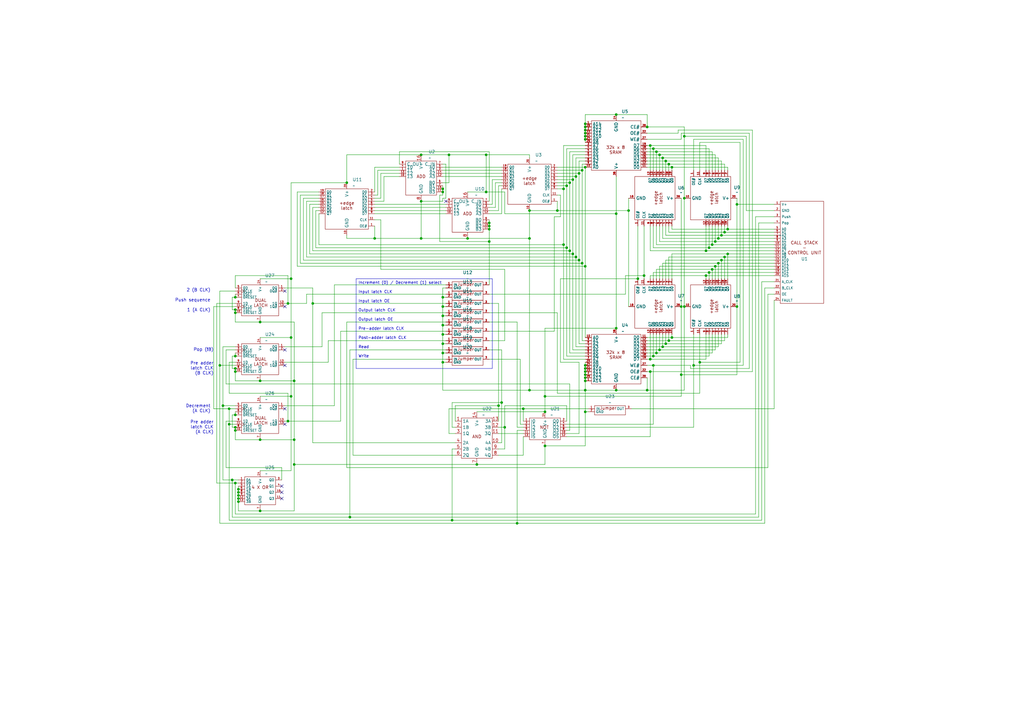
<source format=kicad_sch>
(kicad_sch (version 20231120) (generator "eeschema") (generator_version "8.0")
  (paper "A3")
  (junction (at 118.11 124.46))
  (junction (at 200.66 92.71))
  (junction (at 270.51 63.5))
  (junction (at 240.03 153.67))
  (junction (at 223.52 182.88))
  (junction (at 128.27 124.46))
  (junction (at 238.76 107.95))
  (junction (at 295.91 96.52))
  (junction (at 237.49 71.12))
  (junction (at 231.14 100.33))
  (junction (at 181.61 144.78))
  (junction (at 142.24 74.93))
  (junction (at 200.66 99.06))
  (junction (at 240.03 154.94))
  (junction (at 184.15 63.5))
  (junction (at 96.52 146.05))
  (junction (at 240.03 160.02))
  (junction (at 302.26 125.73))
  (junction (at 275.59 138.43))
  (junction (at 266.7 147.32))
  (junction (at 275.59 68.58))
  (junction (at 106.68 209.55))
  (junction (at 238.76 69.85))
  (junction (at 284.48 149.86))
  (junction (at 96.52 151.13))
  (junction (at 287.02 148.59))
  (junction (at 273.05 66.04))
  (junction (at 252.73 46.99))
  (junction (at 280.67 81.28))
  (junction (at 269.24 62.23))
  (junction (at 236.22 72.39))
  (junction (at 279.4 153.67))
  (junction (at 172.72 82.55))
  (junction (at 240.03 55.88))
  (junction (at 223.52 162.56))
  (junction (at 106.68 132.08))
  (junction (at 240.03 168.91))
  (junction (at 240.03 54.61))
  (junction (at 240.03 52.07))
  (junction (at 231.14 77.47))
  (junction (at 234.95 73.66))
  (junction (at 293.37 99.06))
  (junction (at 118.11 172.72))
  (junction (at 297.18 105.41))
  (junction (at 240.03 50.8))
  (junction (at 96.52 176.53))
  (junction (at 181.61 78.74))
  (junction (at 217.17 86.36))
  (junction (at 240.03 151.13))
  (junction (at 185.42 213.36))
  (junction (at 240.03 53.34))
  (junction (at 91.44 166.37))
  (junction (at 96.52 128.27))
  (junction (at 106.68 180.34))
  (junction (at 240.03 149.86))
  (junction (at 181.61 121.92))
  (junction (at 181.61 77.47))
  (junction (at 96.52 175.26))
  (junction (at 236.22 105.41))
  (junction (at 217.17 160.02))
  (junction (at 217.17 97.79))
  (junction (at 223.52 168.91))
  (junction (at 228.6 86.36))
  (junction (at 97.79 201.93))
  (junction (at 294.64 97.79))
  (junction (at 265.43 160.02))
  (junction (at 266.7 59.69))
  (junction (at 280.67 125.73))
  (junction (at 264.16 113.03))
  (junction (at 267.97 149.86))
  (junction (at 270.51 143.51))
  (junction (at 90.17 149.86))
  (junction (at 191.77 97.79))
  (junction (at 290.83 111.76))
  (junction (at 214.63 167.64))
  (junction (at 289.56 113.03))
  (junction (at 119.38 162.56))
  (junction (at 257.81 86.36))
  (junction (at 96.52 121.92))
  (junction (at 252.73 160.02))
  (junction (at 181.61 148.59))
  (junction (at 240.03 152.4))
  (junction (at 237.49 106.68))
  (junction (at 120.65 180.34))
  (junction (at 265.43 52.07))
  (junction (at 274.32 139.7))
  (junction (at 200.66 91.44))
  (junction (at 252.73 134.62))
  (junction (at 292.1 100.33))
  (junction (at 240.03 156.21))
  (junction (at 199.39 78.74))
  (junction (at 96.52 198.12))
  (junction (at 204.47 166.37))
  (junction (at 233.68 74.93))
  (junction (at 240.03 109.22))
  (junction (at 181.61 140.97))
  (junction (at 195.58 190.5))
  (junction (at 240.03 57.15))
  (junction (at 106.68 156.21))
  (junction (at 261.62 114.3))
  (junction (at 96.52 152.4))
  (junction (at 207.01 175.26))
  (junction (at 252.73 87.63))
  (junction (at 93.98 167.64))
  (junction (at 93.98 173.99))
  (junction (at 119.38 138.43))
  (junction (at 153.67 97.79))
  (junction (at 119.38 114.3))
  (junction (at 234.95 104.14))
  (junction (at 292.1 110.49))
  (junction (at 295.91 106.68))
  (junction (at 96.52 170.18))
  (junction (at 266.7 152.4))
  (junction (at 267.97 146.05))
  (junction (at 267.97 60.96))
  (junction (at 280.67 55.88))
  (junction (at 271.78 64.77))
  (junction (at 232.41 76.2))
  (junction (at 232.41 101.6))
  (junction (at 143.51 212.09))
  (junction (at 181.61 125.73))
  (junction (at 97.79 203.2))
  (junction (at 279.4 125.73))
  (junction (at 205.74 165.1))
  (junction (at 233.68 102.87))
  (junction (at 212.09 214.63))
  (junction (at 172.72 63.5))
  (junction (at 96.52 127))
  (junction (at 271.78 142.24))
  (junction (at 290.83 101.6))
  (junction (at 199.39 63.5))
  (junction (at 294.64 107.95))
  (junction (at 97.79 204.47))
  (junction (at 181.61 133.35))
  (junction (at 172.72 97.79))
  (junction (at 200.66 93.98))
  (junction (at 298.45 104.14))
  (junction (at 297.18 95.25))
  (junction (at 293.37 109.22))
  (junction (at 298.45 93.98))
  (junction (at 95.25 196.85))
  (junction (at 97.79 200.66))
  (junction (at 274.32 67.31))
  (junction (at 97.79 205.74))
  (junction (at 273.05 140.97))
  (junction (at 269.24 144.78))
  (junction (at 120.65 156.21))
  (junction (at 181.61 137.16))
  (junction (at 181.61 129.54))
  (junction (at 302.26 83.82))
  (junction (at 289.56 102.87))
  (junction (at 120.65 190.5))
  (junction (at 240.03 68.58))
  (no_connect (at 115.57 199.39))
  (no_connect (at 116.84 173.99))
  (no_connect (at 115.57 204.47))
  (no_connect (at 116.84 143.51))
  (no_connect (at 182.88 82.55))
  (no_connect (at 116.84 149.86))
  (no_connect (at 115.57 201.93))
  (no_connect (at 116.84 167.64))
  (no_connect (at 116.84 125.73))
  (no_connect (at 116.84 119.38))
  (wire (pts (xy 199.39 78.74) (xy 207.01 78.74)))
  (wire (pts (xy 181.61 140.97) (xy 181.61 144.78)))
  (wire (pts (xy 292.1 92.71) (xy 292.1 100.33)))
  (wire (pts (xy 181.61 137.16) (xy 182.88 137.16)))
  (wire (pts (xy 119.38 114.3) (xy 119.38 138.43)))
  (wire (pts (xy 200.66 91.44) (xy 200.66 92.71)))
  (wire (pts (xy 204.47 76.2) (xy 205.74 76.2)))
  (wire (pts (xy 295.91 106.68) (xy 295.91 114.3)))
  (wire (pts (xy 257.81 86.36) (xy 257.81 125.73)))
  (wire (pts (xy 184.15 63.5) (xy 172.72 63.5)))
  (wire (pts (xy 154.94 80.01) (xy 153.67 80.01)))
  (wire (pts (xy 95.25 151.13) (xy 96.52 151.13)))
  (wire (pts (xy 317.5 93.98) (xy 298.45 93.98)))
  (wire (pts (xy 267.97 60.96) (xy 267.97 69.85)))
  (wire (pts (xy 125.73 124.46) (xy 118.11 124.46)))
  (wire (pts (xy 200.66 99.06) (xy 180.34 99.06)))
  (wire (pts (xy 200.66 147.32) (xy 213.36 147.32)))
  (wire (pts (xy 115.57 191.77) (xy 92.71 191.77)))
  (wire (pts (xy 204.47 166.37) (xy 204.47 172.72)))
  (wire (pts (xy 185.42 213.36) (xy 93.98 213.36)))
  (wire (pts (xy 237.49 106.68) (xy 237.49 140.97)))
  (wire (pts (xy 292.1 69.85) (xy 292.1 62.23)))
  (wire (pts (xy 97.79 196.85) (xy 95.25 196.85)))
  (wire (pts (xy 313.69 214.63) (xy 212.09 214.63)))
  (wire (pts (xy 142.24 191.77) (xy 142.24 132.08)))
  (wire (pts (xy 317.5 95.25) (xy 297.18 95.25)))
  (wire (pts (xy 267.97 149.86) (xy 265.43 149.86)))
  (wire (pts (xy 303.53 148.59) (xy 287.02 148.59)))
  (wire (pts (xy 302.26 83.82) (xy 317.5 83.82)))
  (wire (pts (xy 130.81 87.63) (xy 130.81 100.33)))
  (wire (pts (xy 275.59 137.16) (xy 275.59 138.43)))
  (wire (pts (xy 93.98 161.29) (xy 118.11 161.29)))
  (wire (pts (xy 213.36 147.32) (xy 213.36 173.99)))
  (wire (pts (xy 227.33 88.9) (xy 229.87 88.9)))
  (wire (pts (xy 273.05 96.52) (xy 273.05 92.71)))
  (wire (pts (xy 217.17 63.5) (xy 217.17 64.77)))
  (wire (pts (xy 312.42 213.36) (xy 185.42 213.36)))
  (wire (pts (xy 144.78 186.69) (xy 186.69 186.69)))
  (wire (pts (xy 186.69 177.8) (xy 184.15 177.8)))
  (wire (pts (xy 317.5 109.22) (xy 293.37 109.22)))
  (wire (pts (xy 307.34 151.13) (xy 283.21 151.13)))
  (wire (pts (xy 93.98 148.59) (xy 96.52 148.59)))
  (wire (pts (xy 139.7 172.72) (xy 139.7 135.89)))
  (wire (pts (xy 292.1 62.23) (xy 269.24 62.23)))
  (wire (pts (xy 116.84 172.72) (xy 118.11 172.72)))
  (wire (pts (xy 271.78 137.16) (xy 271.78 142.24)))
  (wire (pts (xy 269.24 114.3) (xy 269.24 110.49)))
  (wire (pts (xy 124.46 106.68) (xy 237.49 106.68)))
  (wire (pts (xy 186.69 166.37) (xy 186.69 172.72)))
  (wire (pts (xy 184.15 63.5) (xy 199.39 63.5)))
  (wire (pts (xy 205.74 165.1) (xy 205.74 181.61)))
  (wire (pts (xy 294.64 92.71) (xy 294.64 97.79)))
  (wire (pts (xy 317.5 97.79) (xy 294.64 97.79)))
  (wire (pts (xy 207.01 87.63) (xy 252.73 87.63)))
  (wire (pts (xy 292.1 137.16) (xy 292.1 144.78)))
  (wire (pts (xy 181.61 121.92) (xy 182.88 121.92)))
  (wire (pts (xy 232.41 76.2) (xy 228.6 76.2)))
  (wire (pts (xy 143.51 143.51) (xy 182.88 143.51)))
  (wire (pts (xy 120.65 132.08) (xy 120.65 156.21)))
  (wire (pts (xy 297.18 92.71) (xy 297.18 95.25)))
  (wire (pts (xy 231.14 59.69) (xy 240.03 59.69)))
  (wire (pts (xy 191.77 97.79) (xy 172.72 97.79)))
  (wire (pts (xy 199.39 63.5) (xy 217.17 63.5)))
  (wire (pts (xy 130.81 81.28) (xy 124.46 81.28)))
  (wire (pts (xy 231.14 100.33) (xy 231.14 77.47)))
  (wire (pts (xy 205.74 72.39) (xy 181.61 72.39)))
  (wire (pts (xy 229.87 114.3) (xy 261.62 114.3)))
  (wire (pts (xy 240.03 149.86) (xy 240.03 151.13)))
  (wire (pts (xy 116.84 148.59) (xy 134.62 148.59)))
  (wire (pts (xy 240.03 168.91) (xy 240.03 160.02)))
  (wire (pts (xy 95.25 146.05) (xy 95.25 151.13)))
  (wire (pts (xy 106.68 180.34) (xy 120.65 180.34)))
  (wire (pts (xy 294.64 107.95) (xy 294.64 114.3)))
  (wire (pts (xy 200.66 62.23) (xy 200.66 82.55)))
  (wire (pts (xy 142.24 63.5) (xy 142.24 74.93)))
  (wire (pts (xy 181.61 82.55) (xy 172.72 82.55)))
  (wire (pts (xy 240.03 109.22) (xy 121.92 109.22)))
  (wire (pts (xy 270.51 143.51) (xy 293.37 143.51)))
  (wire (pts (xy 118.11 124.46) (xy 116.84 124.46)))
  (wire (pts (xy 125.73 120.65) (xy 182.88 120.65)))
  (wire (pts (xy 116.84 118.11) (xy 128.27 118.11)))
  (wire (pts (xy 143.51 143.51) (xy 143.51 212.09)))
  (wire (pts (xy 154.94 69.85) (xy 154.94 80.01)))
  (wire (pts (xy 181.61 76.2) (xy 181.61 77.47)))
  (wire (pts (xy 240.03 46.99) (xy 252.73 46.99)))
  (wire (pts (xy 270.51 92.71) (xy 270.51 99.06)))
  (wire (pts (xy 231.14 77.47) (xy 228.6 77.47)))
  (wire (pts (xy 278.13 53.34) (xy 278.13 54.61)))
  (wire (pts (xy 275.59 68.58) (xy 275.59 69.85)))
  (wire (pts (xy 233.68 74.93) (xy 233.68 102.87)))
  (wire (pts (xy 279.4 153.67) (xy 279.4 162.56)))
  (wire (pts (xy 267.97 60.96) (xy 290.83 60.96)))
  (wire (pts (xy 96.52 175.26) (xy 96.52 176.53)))
  (wire (pts (xy 298.45 104.14) (xy 275.59 104.14)))
  (wire (pts (xy 204.47 186.69) (xy 214.63 186.69)))
  (wire (pts (xy 182.88 87.63) (xy 153.67 87.63)))
  (wire (pts (xy 234.95 104.14) (xy 234.95 73.66)))
  (wire (pts (xy 317.5 96.52) (xy 295.91 96.52)))
  (wire (pts (xy 270.51 63.5) (xy 293.37 63.5)))
  (wire (pts (xy 119.38 162.56) (xy 119.38 193.04)))
  (wire (pts (xy 96.52 176.53) (xy 96.52 180.34)))
  (wire (pts (xy 96.52 132.08) (xy 106.68 132.08)))
  (wire (pts (xy 182.88 85.09) (xy 153.67 85.09)))
  (wire (pts (xy 265.43 57.15) (xy 279.4 57.15)))
  (wire (pts (xy 96.52 180.34) (xy 106.68 180.34)))
  (wire (pts (xy 283.21 151.13) (xy 283.21 149.86)))
  (wire (pts (xy 181.61 144.78) (xy 182.88 144.78)))
  (wire (pts (xy 97.79 204.47) (xy 97.79 205.74)))
  (wire (pts (xy 240.03 156.21) (xy 240.03 160.02)))
  (wire (pts (xy 132.08 128.27) (xy 132.08 142.24)))
  (wire (pts (xy 182.88 67.31) (xy 182.88 81.28)))
  (wire (pts (xy 294.64 137.16) (xy 294.64 142.24)))
  (wire (pts (xy 266.7 152.4) (xy 308.61 152.4)))
  (wire (pts (xy 229.87 88.9) (xy 229.87 80.01)))
  (wire (pts (xy 266.7 147.32) (xy 265.43 147.32)))
  (wire (pts (xy 124.46 81.28) (xy 124.46 106.68)))
  (wire (pts (xy 181.61 67.31) (xy 182.88 67.31)))
  (wire (pts (xy 240.03 68.58) (xy 240.03 109.22)))
  (wire (pts (xy 96.52 121.92) (xy 95.25 121.92)))
  (wire (pts (xy 181.61 78.74) (xy 181.61 80.01)))
  (wire (pts (xy 204.47 177.8) (xy 214.63 177.8)))
  (wire (pts (xy 240.03 151.13) (xy 240.03 152.4)))
  (wire (pts (xy 240.03 182.88) (xy 223.52 182.88)))
  (wire (pts (xy 228.6 72.39) (xy 236.22 72.39)))
  (wire (pts (xy 95.25 212.09) (xy 143.51 212.09)))
  (wire (pts (xy 200.66 116.84) (xy 200.66 99.06)))
  (wire (pts (xy 229.87 80.01) (xy 228.6 80.01)))
  (wire (pts (xy 88.9 124.46) (xy 96.52 124.46)))
  (wire (pts (xy 96.52 128.27) (xy 96.52 132.08)))
  (wire (pts (xy 317.5 88.9) (xy 309.88 88.9)))
  (wire (pts (xy 280.67 125.73) (xy 280.67 160.02)))
  (wire (pts (xy 186.69 184.15) (xy 185.42 184.15)))
  (wire (pts (xy 234.95 143.51) (xy 240.03 143.51)))
  (wire (pts (xy 200.66 139.7) (xy 207.01 139.7)))
  (wire (pts (xy 265.43 52.07) (xy 265.43 46.99)))
  (wire (pts (xy 121.92 78.74) (xy 130.81 78.74)))
  (wire (pts (xy 252.73 87.63) (xy 252.73 134.62)))
  (wire (pts (xy 289.56 147.32) (xy 266.7 147.32)))
  (wire (pts (xy 134.62 148.59) (xy 134.62 139.7)))
  (wire (pts (xy 232.41 179.07) (xy 266.7 179.07)))
  (wire (pts (xy 153.67 68.58) (xy 163.83 68.58)))
  (wire (pts (xy 212.09 214.63) (xy 90.17 214.63)))
  (wire (pts (xy 181.61 121.92) (xy 181.61 125.73)))
  (wire (pts (xy 96.52 167.64) (xy 93.98 167.64)))
  (wire (pts (xy 130.81 80.01) (xy 123.19 80.01)))
  (wire (pts (xy 284.48 57.15) (xy 284.48 69.85)))
  (wire (pts (xy 120.65 180.34) (xy 120.65 190.5)))
  (wire (pts (xy 95.25 196.85) (xy 91.44 196.85)))
  (wire (pts (xy 88.9 198.12) (xy 88.9 124.46)))
  (wire (pts (xy 266.7 114.3) (xy 266.7 113.03)))
  (wire (pts (xy 256.54 120.65) (xy 200.66 120.65)))
  (wire (pts (xy 232.41 60.96) (xy 232.41 76.2)))
  (wire (pts (xy 163.83 72.39) (xy 157.48 72.39)))
  (wire (pts (xy 308.61 53.34) (xy 278.13 53.34)))
  (wire (pts (xy 304.8 57.15) (xy 284.48 57.15)))
  (wire (pts (xy 290.83 60.96) (xy 290.83 69.85)))
  (wire (pts (xy 184.15 74.93) (xy 184.15 63.5)))
  (wire (pts (xy 267.97 146.05) (xy 290.83 146.05)))
  (wire (pts (xy 269.24 137.16) (xy 269.24 144.78)))
  (wire (pts (xy 227.33 135.89) (xy 227.33 88.9)))
  (wire (pts (xy 317.5 99.06) (xy 293.37 99.06)))
  (wire (pts (xy 240.03 153.67) (xy 240.03 154.94)))
  (wire (pts (xy 233.68 157.48) (xy 92.71 157.48)))
  (wire (pts (xy 311.15 91.44) (xy 317.5 91.44)))
  (wire (pts (xy 233.68 176.53) (xy 233.68 157.48)))
  (wire (pts (xy 265.43 160.02) (xy 252.73 160.02)))
  (wire (pts (xy 95.25 121.92) (xy 95.25 127)))
  (wire (pts (xy 181.61 125.73) (xy 181.61 129.54)))
  (wire (pts (xy 106.68 156.21) (xy 120.65 156.21)))
  (wire (pts (xy 228.6 68.58) (xy 240.03 68.58)))
  (wire (pts (xy 144.78 147.32) (xy 182.88 147.32)))
  (wire (pts (xy 311.15 212.09) (xy 311.15 91.44)))
  (wire (pts (xy 186.69 166.37) (xy 204.47 166.37)))
  (wire (pts (xy 295.91 96.52) (xy 295.91 92.71)))
  (wire (pts (xy 265.43 152.4) (xy 266.7 152.4)))
  (wire (pts (xy 266.7 137.16) (xy 266.7 147.32)))
  (wire (pts (xy 123.19 107.95) (xy 238.76 107.95)))
  (wire (pts (xy 181.61 74.93) (xy 184.15 74.93)))
  (wire (pts (xy 274.32 114.3) (xy 274.32 105.41)))
  (wire (pts (xy 279.4 54.61) (xy 307.34 54.61)))
  (wire (pts (xy 317.5 101.6) (xy 290.83 101.6)))
  (wire (pts (xy 294.64 64.77) (xy 271.78 64.77)))
  (wire (pts (xy 203.2 74.93) (xy 203.2 85.09)))
  (wire (pts (xy 120.65 209.55) (xy 106.68 209.55)))
  (wire (pts (xy 297.18 105.41) (xy 297.18 114.3)))
  (wire (pts (xy 238.76 69.85) (xy 228.6 69.85)))
  (wire (pts (xy 229.87 148.59) (xy 229.87 114.3)))
  (wire (pts (xy 96.52 198.12) (xy 97.79 198.12)))
  (wire (pts (xy 234.95 73.66) (xy 228.6 73.66)))
  (wire (pts (xy 153.67 97.79) (xy 142.24 97.79)))
  (wire (pts (xy 200.66 93.98) (xy 200.66 99.06)))
  (wire (pts (xy 233.68 62.23) (xy 240.03 62.23)))
  (wire (pts (xy 317.5 111.76) (xy 290.83 111.76)))
  (wire (pts (xy 303.53 58.42) (xy 303.53 148.59)))
  (wire (pts (xy 119.38 193.04) (xy 106.68 193.04)))
  (wire (pts (xy 96.52 146.05) (xy 95.25 146.05)))
  (wire (pts (xy 266.7 113.03) (xy 289.56 113.03)))
  (wire (pts (xy 87.63 167.64) (xy 87.63 125.73)))
  (wire (pts (xy 292.1 110.49) (xy 292.1 114.3)))
  (wire (pts (xy 205.74 165.1) (xy 205.74 143.51)))
  (wire (pts (xy 223.52 190.5) (xy 195.58 190.5)))
  (wire (pts (xy 274.32 139.7) (xy 265.43 139.7)))
  (wire (pts (xy 96.52 142.24) (xy 91.44 142.24)))
  (wire (pts (xy 181.61 160.02) (xy 217.17 160.02)))
  (wire (pts (xy 238.76 69.85) (xy 238.76 67.31)))
  (wire (pts (xy 127 83.82) (xy 127 104.14)))
  (wire (pts (xy 309.88 210.82) (xy 96.52 210.82)))
  (wire (pts (xy 280.67 55.88) (xy 280.67 52.07)))
  (wire (pts (xy 96.52 198.12) (xy 88.9 198.12)))
  (wire (pts (xy 290.83 111.76) (xy 267.97 111.76)))
  (wire (pts (xy 212.09 132.08) (xy 212.09 175.26)))
  (wire (pts (xy 271.78 64.77) (xy 271.78 69.85)))
  (wire (pts (xy 156.21 110.49) (xy 156.21 90.17)))
  (wire (pts (xy 143.51 212.09) (xy 311.15 212.09)))
  (wire (pts (xy 294.64 107.95) (xy 317.5 107.95)))
  (wire (pts (xy 205.74 71.12) (xy 181.61 71.12)))
  (wire (pts (xy 128.27 124.46) (xy 128.27 181.61)))
  (wire (pts (xy 265.43 146.05) (xy 267.97 146.05)))
  (wire (pts (xy 275.59 68.58) (xy 298.45 68.58)))
  (wire (pts (xy 287.02 161.29) (xy 287.02 148.59)))
  (wire (pts (xy 289.56 113.03) (xy 289.56 114.3)))
  (wire (pts (xy 181.61 148.59) (xy 182.88 148.59)))
  (wire (pts (xy 153.67 78.74) (xy 153.67 68.58)))
  (wire (pts (xy 205.74 77.47) (xy 205.74 87.63)))
  (wire (pts (xy 236.22 64.77) (xy 240.03 64.77)))
  (wire (pts (xy 182.88 81.28) (xy 181.61 81.28)))
  (wire (pts (xy 317.5 123.19) (xy 317.5 167.64)))
  (wire (pts (xy 97.79 203.2) (xy 97.79 204.47)))
  (wire (pts (xy 200.66 124.46) (xy 204.47 124.46)))
  (wire (pts (xy 298.45 93.98) (xy 298.45 92.71)))
  (wire (pts (xy 267.97 137.16) (xy 267.97 146.05)))
  (wire (pts (xy 279.4 153.67) (xy 302.26 153.67)))
  (wire (pts (xy 265.43 60.96) (xy 267.97 60.96)))
  (wire (pts (xy 121.92 109.22) (xy 121.92 78.74)))
  (wire (pts (xy 182.88 83.82) (xy 153.67 83.82)))
  (wire (pts (xy 106.68 114.3) (xy 119.38 114.3)))
  (wire (pts (xy 156.21 71.12) (xy 163.83 71.12)))
  (wire (pts (xy 132.08 142.24) (xy 116.84 142.24)))
  (wire (pts (xy 181.61 125.73) (xy 182.88 125.73)))
  (wire (pts (xy 269.24 92.71) (xy 269.24 100.33)))
  (wire (pts (xy 273.05 66.04) (xy 295.91 66.04)))
  (wire (pts (xy 274.32 67.31) (xy 274.32 69.85)))
  (wire (pts (xy 234.95 63.5) (xy 234.95 73.66)))
  (wire (pts (xy 238.76 67.31) (xy 240.03 67.31)))
  (wire (pts (xy 185.42 165.1) (xy 185.42 175.26)))
  (wire (pts (xy 290.83 101.6) (xy 267.97 101.6)))
  (wire (pts (xy 214.63 167.64) (xy 241.3 167.64)))
  (wire (pts (xy 240.03 58.42) (xy 240.03 57.15)))
  (wire (pts (xy 313.69 118.11) (xy 313.69 214.63)))
  (wire (pts (xy 97.79 199.39) (xy 97.79 200.66)))
  (wire (pts (xy 96.52 170.18) (xy 95.25 170.18)))
  (wire (pts (xy 191.77 97.79) (xy 217.17 97.79)))
  (wire (pts (xy 265.43 66.04) (xy 273.05 66.04)))
  (wire (pts (xy 240.03 52.07) (xy 240.03 50.8)))
  (wire (pts (xy 279.4 81.28) (xy 279.4 125.73)))
  (wire (pts (xy 132.08 128.27) (xy 182.88 128.27)))
  (wire (pts (xy 97.79 201.93) (xy 97.79 203.2)))
  (wire (pts (xy 93.98 213.36) (xy 93.98 173.99)))
  (wire (pts (xy 297.18 67.31) (xy 274.32 67.31)))
  (wire (pts (xy 297.18 69.85) (xy 297.18 67.31)))
  (wire (pts (xy 241.3 168.91) (xy 240.03 168.91)))
  (wire (pts (xy 237.49 177.8) (xy 237.49 148.59)))
  (wire (pts (xy 223.52 162.56) (xy 223.52 168.91)))
  (wire (pts (xy 275.59 92.71) (xy 275.59 93.98)))
  (wire (pts (xy 92.71 191.77) (xy 92.71 172.72)))
  (wire (pts (xy 267.97 111.76) (xy 267.97 114.3)))
  (wire (pts (xy 228.6 74.93) (xy 233.68 74.93)))
  (wire (pts (xy 271.78 142.24) (xy 265.43 142.24)))
  (wire (pts (xy 228.6 86.36) (xy 257.81 86.36)))
  (wire (pts (xy 280.67 81.28) (xy 280.67 55.88)))
  (wire (pts (xy 317.5 115.57) (xy 312.42 115.57)))
  (wire (pts (xy 157.48 72.39) (xy 157.48 82.55)))
  (wire (pts (xy 308.61 152.4) (xy 308.61 53.34)))
  (wire (pts (xy 96.52 156.21) (xy 106.68 156.21)))
  (wire (pts (xy 294.64 142.24) (xy 271.78 142.24)))
  (wire (pts (xy 125.73 82.55) (xy 130.81 82.55)))
  (wire (pts (xy 279.4 57.15) (xy 279.4 54.61)))
  (wire (pts (xy 274.32 67.31) (xy 265.43 67.31)))
  (wire (pts (xy 96.52 210.82) (xy 96.52 198.12)))
  (wire (pts (xy 91.44 142.24) (xy 91.44 166.37)))
  (wire (pts (xy 181.61 129.54) (xy 181.61 133.35)))
  (wire (pts (xy 181.61 77.47) (xy 181.61 78.74)))
  (wire (pts (xy 130.81 100.33) (xy 231.14 100.33)))
  (wire (pts (xy 212.09 176.53) (xy 212.09 214.63)))
  (wire (pts (xy 284.48 137.16) (xy 284.48 149.86)))
  (wire (pts (xy 232.41 146.05) (xy 240.03 146.05)))
  (wire (pts (xy 274.32 105.41) (xy 297.18 105.41)))
  (wire (pts (xy 223.52 134.62) (xy 223.52 162.56)))
  (wire (pts (xy 228.6 86.36) (xy 217.17 86.36)))
  (wire (pts (xy 261.62 92.71) (xy 261.62 114.3)))
  (wire (pts (xy 284.48 175.26) (xy 284.48 149.86)))
  (wire (pts (xy 137.16 116.84) (xy 182.88 116.84)))
  (wire (pts (xy 240.03 147.32) (xy 231.14 147.32)))
  (wire (pts (xy 207.01 184.15) (xy 204.47 184.15)))
  (wire (pts (xy 93.98 167.64) (xy 87.63 167.64)))
  (wire (pts (xy 201.93 83.82) (xy 201.93 73.66)))
  (wire (pts (xy 240.03 154.94) (xy 240.03 156.21)))
  (wire (pts (xy 292.1 110.49) (xy 317.5 110.49)))
  (wire (pts (xy 97.79 205.74) (xy 97.79 209.55)))
  (wire (pts (xy 280.67 52.07) (xy 265.43 52.07)))
  (wire (pts (xy 264.16 113.03) (xy 264.16 114.3)))
  (wire (pts (xy 157.48 82.55) (xy 153.67 82.55)))
  (wire (pts (xy 214.63 176.53) (xy 212.09 176.53)))
  (wire (pts (xy 293.37 99.06) (xy 270.51 99.06)))
  (wire (pts (xy 142.24 74.93) (xy 119.38 74.93)))
  (wire (pts (xy 92.71 143.51) (xy 96.52 143.51)))
  (wire (pts (xy 240.03 160.02) (xy 252.73 160.02)))
  (wire (pts (xy 294.64 69.85) (xy 294.64 64.77)))
  (wire (pts (xy 293.37 109.22) (xy 270.51 109.22)))
  (wire (pts (xy 233.68 144.78) (xy 233.68 102.87)))
  (wire (pts (xy 200.66 143.51) (xy 205.74 143.51)))
  (wire (pts (xy 129.54 101.6) (xy 232.41 101.6)))
  (wire (pts (xy 240.03 142.24) (xy 236.22 142.24)))
  (wire (pts (xy 207.01 175.26) (xy 207.01 184.15)))
  (wire (pts (xy 309.88 88.9) (xy 309.88 210.82)))
  (wire (pts (xy 265.43 143.51) (xy 270.51 143.51)))
  (wire (pts (xy 292.1 100.33) (xy 269.24 100.33)))
  (wire (pts (xy 270.51 137.16) (xy 270.51 143.51)))
  (wire (pts (xy 287.02 148.59) (xy 287.02 137.16)))
  (wire (pts (xy 293.37 63.5) (xy 293.37 69.85)))
  (wire (pts (xy 314.96 120.65) (xy 314.96 191.77)))
  (wire (pts (xy 314.96 120.65) (xy 317.5 120.65)))
  (wire (pts (xy 295.91 66.04) (xy 295.91 69.85)))
  (wire (pts (xy 212.09 175.26) (xy 214.63 175.26)))
  (wire (pts (xy 236.22 105.41) (xy 125.73 105.41)))
  (wire (pts (xy 97.79 200.66) (xy 97.79 201.93)))
  (wire (pts (xy 240.03 148.59) (xy 240.03 149.86)))
  (wire (pts (xy 295.91 96.52) (xy 273.05 96.52)))
  (wire (pts (xy 205.74 69.85) (xy 181.61 69.85)))
  (wire (pts (xy 314.96 191.77) (xy 142.24 191.77)))
  (wire (pts (xy 240.03 63.5) (xy 234.95 63.5)))
  (wire (pts (xy 90.17 149.86) (xy 96.52 149.86)))
  (wire (pts (xy 240.03 144.78) (xy 233.68 144.78)))
  (wire (pts (xy 129.54 86.36) (xy 129.54 101.6)))
  (wire (pts (xy 317.5 106.68) (xy 295.91 106.68)))
  (wire (pts (xy 265.43 138.43) (xy 275.59 138.43)))
  (wire (pts (xy 289.56 69.85) (xy 289.56 59.69)))
  (wire (pts (xy 307.34 54.61) (xy 307.34 151.13)))
  (wire (pts (xy 302.26 153.67) (xy 302.26 125.73)))
  (wire (pts (xy 280.67 160.02) (xy 265.43 160.02)))
  (wire (pts (xy 181.61 140.97) (xy 182.88 140.97)))
  (wire (pts (xy 96.52 144.78) (xy 96.52 146.05)))
  (wire (pts (xy 125.73 124.46) (xy 125.73 120.65)))
  (wire (pts (xy 128.27 181.61) (xy 186.69 181.61)))
  (wire (pts (xy 119.38 138.43) (xy 119.38 162.56)))
  (wire (pts (xy 231.14 77.47) (xy 231.14 59.69)))
  (wire (pts (xy 163.83 62.23) (xy 200.66 62.23)))
  (wire (pts (xy 232.41 175.26) (xy 284.48 175.26)))
  (wire (pts (xy 280.67 55.88) (xy 306.07 55.88)))
  (wire (pts (xy 95.25 170.18) (xy 95.25 175.26)))
  (wire (pts (xy 233.68 102.87) (xy 128.27 102.87)))
  (wire (pts (xy 97.79 209.55) (xy 106.68 209.55)))
  (wire (pts (xy 297.18 137.16) (xy 297.18 139.7)))
  (wire (pts (xy 279.4 162.56) (xy 223.52 162.56)))
  (wire (pts (xy 120.65 156.21) (xy 120.65 180.34)))
  (wire (pts (xy 96.52 127) (xy 96.52 128.27)))
  (wire (pts (xy 295.91 140.97) (xy 295.91 137.16)))
  (wire (pts (xy 207.01 166.37) (xy 207.01 175.26)))
  (wire (pts (xy 297.18 139.7) (xy 274.32 139.7)))
  (wire (pts (xy 87.63 125.73) (xy 96.52 125.73)))
  (wire (pts (xy 298.45 114.3) (xy 298.45 104.14)))
  (wire (pts (xy 106.68 132.08) (xy 120.65 132.08)))
  (wire (pts (xy 236.22 72.39) (xy 236.22 64.77)))
  (wire (pts (xy 156.21 81.28) (xy 156.21 71.12)))
  (wire (pts (xy 163.83 69.85) (xy 154.94 69.85)))
  (wire (pts (xy 271.78 64.77) (xy 265.43 64.77)))
  (wire (pts (xy 185.42 165.1) (xy 205.74 165.1)))
  (wire (pts (xy 90.17 149.86) (xy 90.17 119.38)))
  (wire (pts (xy 95.25 175.26) (xy 96.52 175.26)))
  (wire (pts (xy 207.01 110.49) (xy 156.21 110.49)))
  (wire (pts (xy 240.03 60.96) (xy 232.41 60.96)))
  (wire (pts (xy 274.32 95.25) (xy 274.32 92.71)))
  (wire (pts (xy 275.59 138.43) (xy 298.45 138.43)))
  (wire (pts (xy 232.41 177.8) (xy 237.49 177.8)))
  (wire (pts (xy 182.88 118.11) (xy 181.61 118.11)))
  (wire (pts (xy 172.72 97.79) (xy 153.67 97.79)))
  (wire (pts (xy 199.39 63.5) (xy 199.39 78.74)))
  (wire (pts (xy 134.62 139.7) (xy 182.88 139.7)))
  (wire (pts (xy 264.16 92.71) (xy 264.16 113.03)))
  (wire (pts (xy 267.97 173.99) (xy 267.97 149.86)))
  (wire (pts (xy 297.18 95.25) (xy 274.32 95.25)))
  (wire (pts (xy 153.67 81.28) (xy 156.21 81.28)))
  (wire (pts (xy 95.25 127) (xy 96.52 127)))
  (wire (pts (xy 292.1 144.78) (xy 269.24 144.78)))
  (wire (pts (xy 256.54 113.03) (xy 256.54 120.65)))
  (wire (pts (xy 298.45 104.14) (xy 317.5 104.14)))
  (wire (pts (xy 153.67 92.71) (xy 153.67 97.79)))
  (wire (pts (xy 289.56 92.71) (xy 289.56 102.87)))
  (wire (pts (xy 265.43 154.94) (xy 265.43 160.02)))
  (wire (pts (xy 289.56 59.69) (xy 266.7 59.69)))
  (wire (pts (xy 217.17 160.02) (xy 240.03 160.02)))
  (wire (pts (xy 280.67 81.28) (xy 280.67 125.73)))
  (wire (pts (xy 238.76 107.95) (xy 238.76 69.85)))
  (wire (pts (xy 127 104.14) (xy 234.95 104.14)))
  (wire (pts (xy 130.81 83.82) (xy 127 83.82)))
  (wire (pts (xy 275.59 104.14) (xy 275.59 114.3)))
  (wire (pts (xy 144.78 147.32) (xy 144.78 186.69)))
  (wire (pts (xy 120.65 190.5) (xy 195.58 190.5)))
  (wire (pts (xy 214.63 186.69) (xy 214.63 179.07)))
  (wire (pts (xy 240.03 57.15) (xy 240.03 55.88)))
  (wire (pts (xy 214.63 167.64) (xy 214.63 172.72)))
  (wire (pts (xy 240.03 109.22) (xy 240.03 138.43)))
  (wire (pts (xy 91.44 166.37) (xy 96.52 166.37)))
  (wire (pts (xy 185.42 175.26) (xy 186.69 175.26)))
  (wire (pts (xy 265.43 46.99) (xy 252.73 46.99)))
  (wire (pts (xy 195.58 168.91) (xy 223.52 168.91)))
  (wire (pts (xy 185.42 184.15) (xy 185.42 213.36)))
  (wire (pts (xy 298.45 68.58) (xy 298.45 69.85)))
  (wire (pts (xy 269.24 62.23) (xy 265.43 62.23)))
  (wire (pts (xy 181.61 118.11) (xy 181.61 121.92)))
  (wire (pts (xy 271.78 107.95) (xy 294.64 107.95)))
  (wire (pts (xy 200.66 83.82) (xy 201.93 83.82)))
  (wire (pts (xy 203.2 85.09) (xy 200.66 85.09)))
  (wire (pts (xy 304.8 149.86) (xy 304.8 57.15)))
  (wire (pts (xy 317.5 167.64) (xy 259.08 167.64)))
  (wire (pts (xy 96.52 168.91) (xy 96.52 170.18)))
  (wire (pts (xy 184.15 167.64) (xy 214.63 167.64)))
  (wire (pts (xy 123.19 80.01) (xy 123.19 107.95)))
  (wire (pts (xy 90.17 119.38) (xy 96.52 119.38)))
  (wire (pts (xy 273.05 66.04) (xy 273.05 69.85)))
  (wire (pts (xy 205.74 74.93) (xy 203.2 74.93)))
  (wire (pts (xy 317.5 102.87) (xy 289.56 102.87)))
  (wire (pts (xy 252.73 72.39) (xy 252.73 87.63)))
  (wire (pts (xy 233.68 74.93) (xy 233.68 62.23)))
  (wire (pts (xy 298.45 138.43) (xy 298.45 137.16)))
  (wire (pts (xy 180.34 80.01) (xy 180.34 99.06)))
  (wire (pts (xy 139.7 135.89) (xy 182.88 135.89)))
  (wire (pts (xy 200.66 90.17) (xy 200.66 91.44)))
  (wire (pts (xy 266.7 59.69) (xy 265.43 59.69)))
  (wire (pts (xy 237.49 106.68) (xy 237.49 71.12)))
  (wire (pts (xy 181.61 129.54) (xy 182.88 129.54)))
  (wire (pts (xy 96.52 113.03) (xy 96.52 118.11)))
  (wire (pts (xy 200.66 132.08) (xy 212.09 132.08)))
  (wire (pts (xy 93.98 173.99) (xy 96.52 173.99)))
  (wire (pts (xy 287.02 69.85) (xy 287.02 58.42)))
  (wire (pts (xy 289.56 113.03) (xy 317.5 113.03)))
  (wire (pts (xy 257.81 81.28) (xy 257.81 86.36)))
  (wire (pts (xy 290.83 101.6) (xy 290.83 92.71)))
  (wire (pts (xy 232.41 166.37) (xy 207.01 166.37)))
  (wire (pts (xy 91.44 196.85) (xy 91.44 166.37)))
  (wire (pts (xy 273.05 137.16) (xy 273.05 140.97)))
  (wire (pts (xy 118.11 172.72) (xy 118.11 161.29)))
  (wire (pts (xy 270.51 109.22) (xy 270.51 114.3)))
  (wire (pts (xy 265.43 140.97) (xy 273.05 140.97)))
  (wire (pts (xy 290.83 146.05) (xy 290.83 137.16)))
  (wire (pts (xy 172.72 63.5) (xy 142.24 63.5)))
  (wire (pts (xy 128.27 118.11) (xy 128.27 124.46)))
  (wire (pts (xy 317.5 118.11) (xy 313.69 118.11)))
  (wire (pts (xy 232.41 172.72) (xy 232.41 166.37)))
  (wire (pts (xy 142.24 97.79) (xy 142.24 96.52)))
  (wire (pts (xy 204.47 124.46) (xy 204.47 166.37)))
  (wire (pts (xy 238.76 139.7) (xy 238.76 107.95)))
  (wire (pts (xy 228.6 82.55) (xy 228.6 86.36)))
  (wire (pts (xy 266.7 92.71) (xy 266.7 102.87)))
  (wire (pts (xy 231.14 147.32) (xy 231.14 100.33)))
  (wire (pts (xy 283.21 149.86) (xy 267.97 149.86)))
  (wire (pts (xy 217.17 97.79) (xy 217.17 160.02)))
  (wire (pts (xy 240.03 66.04) (xy 237.49 66.04)))
  (wire (pts (xy 271.78 114.3) (xy 271.78 107.95)))
  (wire (pts (xy 130.81 86.36) (xy 129.54 86.36)))
  (wire (pts (xy 205.74 181.61) (xy 204.47 181.61)))
  (wire (pts (xy 240.03 152.4) (xy 240.03 153.67)))
  (wire (pts (xy 181.61 133.35) (xy 181.61 137.16)))
  (wire (pts (xy 273.05 140.97) (xy 295.91 140.97)))
  (wire (pts (xy 137.16 166.37) (xy 137.16 116.84)))
  (wire (pts (xy 182.88 86.36) (xy 153.67 86.36)))
  (wire (pts (xy 297.18 105.41) (xy 317.5 105.41)))
  (wire (pts (xy 267.97 92.71) (xy 267.97 101.6)))
  (wire (pts (xy 236.22 142.24) (xy 236.22 105.41)))
  (wire (pts (xy 95.25 196.85) (xy 95.25 212.09)))
  (wire (pts (xy 232.41 173.99) (xy 267.97 173.99)))
  (wire (pts (xy 240.03 53.34) (xy 240.03 52.07)))
  (wire (pts (xy 293.37 109.22) (xy 293.37 114.3)))
  (wire (pts (xy 128.27 102.87) (xy 128.27 85.09)))
  (wire (pts (xy 295.91 106.68) (xy 273.05 106.68)))
  (wire (pts (xy 236.22 72.39) (xy 236.22 105.41)))
  (wire (pts (xy 234.95 104.14) (xy 234.95 143.51)))
  (wire (pts (xy 93.98 161.29) (xy 93.98 148.59)))
  (wire (pts (xy 181.61 144.78) (xy 181.61 148.59)))
  (wire (pts (xy 93.98 167.64) (xy 93.98 173.99)))
  (wire (pts (xy 240.03 55.88) (xy 240.03 54.61)))
  (wire (pts (xy 118.11 124.46) (xy 118.11 113.03)))
  (wire (pts (xy 223.52 182.88) (xy 223.52 190.5)))
  (wire (pts (xy 200.66 92.71) (xy 200.66 93.98)))
  (wire (pts (xy 204.47 175.26) (xy 207.01 175.26)))
  (wire (pts (xy 240.03 54.61) (xy 240.03 53.34)))
  (wire (pts (xy 284.48 149.86) (xy 304.8 149.86)))
  (wire (pts (xy 317.5 100.33) (xy 292.1 100.33)))
  (wire (pts (xy 273.05 106.68) (xy 273.05 114.3)))
  (wire (pts (xy 142.24 132.08) (xy 182.88 132.08)))
  (wire (pts (xy 128.27 85.09) (xy 130.81 85.09)))
  (wire (pts (xy 264.16 113.03) (xy 256.54 113.03)))
  (wire (pts (xy 118.11 172.72) (xy 139.7 172.72)))
  (wire (pts (xy 279.4 125.73) (xy 279.4 153.67)))
  (wire (pts (xy 290.83 111.76) (xy 290.83 114.3)))
  (wire (pts (xy 200.66 128.27) (xy 228.6 128.27)))
  (wire (pts (xy 92.71 157.48) (xy 92.71 143.51)))
  (wire (pts (xy 237.49 71.12) (xy 228.6 71.12)))
  (wire (pts (xy 302.26 81.28) (xy 302.26 83.82)))
  (wire (pts (xy 237.49 66.04) (xy 237.49 71.12)))
  (wire (pts (xy 237.49 140.97) (xy 240.03 140.97)))
  (wire (pts (xy 237.49 148.59) (xy 229.87 148.59)))
  (wire (pts (xy 207.01 78.74) (xy 207.01 87.63)))
  (wire (pts (xy 181.61 133.35) (xy 182.88 133.35)))
  (wire (pts (xy 240.03 139.7) (xy 238.76 139.7)))
  (wire (pts (xy 201.93 73.66) (xy 205.74 73.66)))
  (wire (pts (xy 232.41 176.53) (xy 233.68 176.53)))
  (wire (pts (xy 120.65 190.5) (xy 120.65 209.55)))
  (wire (pts (xy 96.52 151.13) (xy 96.52 152.4)))
  (wire (pts (xy 293.37 143.51) (xy 293.37 137.16)))
  (wire (pts (xy 213.36 173.99) (xy 214.63 173.99)))
  (wire (pts (xy 96.52 120.65) (xy 96.52 121.92)))
  (wire (pts (xy 293.37 99.06) (xy 293.37 92.71)))
  (wire (pts (xy 252.73 134.62) (xy 223.52 134.62)))
  (wire (pts (xy 294.64 97.79) (xy 271.78 97.79)))
  (wire (pts (xy 200.66 86.36) (xy 204.47 86.36)))
  (wire (pts (xy 181.61 148.59) (xy 181.61 160.02)))
  (wire (pts (xy 207.01 139.7) (xy 207.01 110.49)))
  (wire (pts (xy 125.73 105.41) (xy 125.73 82.55)))
  (wire (pts (xy 274.32 137.16) (xy 274.32 139.7)))
  (wire (pts (xy 269.24 62.23) (xy 269.24 69.85)))
  (wire (pts (xy 205.74 87.63) (xy 200.66 87.63)))
  (wire (pts (xy 287.02 58.42) (xy 303.53 58.42)))
  (wire (pts (xy 269.24 144.78) (xy 265.43 144.78)))
  (wire (pts (xy 266.7 59.69) (xy 266.7 69.85)))
  (wire (pts (xy 306.07 55.88) (xy 306.07 86.36)))
  (wire (pts (xy 90.17 214.63) (xy 90.17 149.86)))
  (wire (pts (xy 200.66 135.89) (xy 227.33 135.89)))
  (wire (pts (xy 266.7 179.07) (xy 266.7 152.4)))
  (wire (pts (xy 270.51 63.5) (xy 270.51 69.85)))
  (wire (pts (xy 92.71 172.72) (xy 96.52 172.72)))
  (wire (pts (xy 205.74 68.58) (xy 181.61 68.58)))
  (wire (pts (xy 298.45 93.98) (xy 275.59 93.98)))
  (wire (pts (xy 163.83 67.31) (xy 163.83 62.23)))
  (wire (pts (xy 106.68 138.43) (xy 119.38 138.43)))
  (wire (pts (xy 269.24 110.49) (xy 292.1 110.49)))
  (wire (pts (xy 119.38 74.93) (xy 119.38 114.3)))
  (wire (pts (xy 172.72 82.55) (xy 172.72 97.79)))
  (wire (pts (xy 232.41 101.6) (xy 232.41 146.05)))
  (wire (pts (xy 217.17 86.36) (xy 217.17 97.79)))
  (wire (pts (xy 106.68 162.56) (xy 119.38 162.56)))
  (wire (pts (xy 271.78 92.71) (xy 271.78 97.79)))
  (wire (pts (xy 181.61 80.01) (xy 180.34 80.01)))
  (wire (pts (xy 312.42 115.57) (xy 312.42 213.36)))
  (wire (pts (xy 228.6 128.27) (xy 228.6 161.29)))
  (wire (pts (xy 118.11 113.03) (xy 96.52 113.03)))
  (wire (pts (xy 184.15 177.8) (xy 184.15 167.64)))
  (wire (pts (xy 191.77 78.74) (xy 199.39 78.74)))
  (wire (pts (xy 232.41 101.6) (xy 232.41 76.2)))
  (wire (pts (xy 240.03 50.8) (xy 240.03 46.99)))
  (wire (pts (xy 128.27 124.46) (xy 182.88 124.46)))
  (wire (pts (xy 204.47 86.36) (xy 204.47 76.2)))
  (wire (pts (xy 181.61 81.28) (xy 181.61 82.55)))
  (wire (pts (xy 96.52 152.4) (xy 96.52 156.21)))
  (wire (pts (xy 240.03 168.91) (xy 240.03 182.88)))
  (wire (pts (xy 115.57 196.85) (xy 115.57 191.77)))
  (wire (pts (xy 306.07 86.36) (xy 317.5 86.36)))
  (wire (pts (xy 265.43 68.58) (xy 275.59 68.58)))
  (wire (pts (xy 302.26 83.82) (xy 302.26 125.73)))
  (wire (pts (xy 289.56 102.87) (xy 266.7 102.87)))
  (wire (pts (xy 156.21 90.17) (xy 153.67 90.17)))
  (wire (pts (xy 116.84 166.37) (xy 137.16 166.37)))
  (wire (pts (xy 228.6 161.29) (xy 287.02 161.29)))
  (wire (pts (xy 289.56 137.16) (xy 289.56 147.32)))
  (wire (pts (xy 265.43 63.5) (xy 270.51 63.5)))
  (wire (pts (xy 181.61 137.16) (xy 181.61 140.97)))
  (wire (pts (xy 278.13 54.61) (xy 265.43 54.61)))
  (text_box "Increment (0) / Decrement (1) select\n\nInput latch CLK\n\nInput latch OE\n\nOutput latch CLK\n\nOutput latch OE\n\nPre-adder latch CLK\n\nPost-adder latch CLK\n\nRead\n\nWrite" (at 146.05 114.3 0) (size 55.88 36.83) (effects (font (size 1.1684 1.1684)) (justify left top)))
  (text "Pre adder\nlatch CLK\n(B CLK)" (at 87.63 151.13 0) (effects (font (size 1.27 1.27)) (justify right)))
  (text "2 (B CLK)\n\nPush sequence\n\n1 (A CLK)" (at 86.36 123.19 0) (effects (font (size 1.27 1.27)) (justify right)))
  (text "Decrement\n(A CLK)" (at 86.36 167.64 0) (effects (font (size 1.27 1.27)) (justify right)))
  (text "Pop (!B)" (at 87.63 143.51 0) (effects (font (size 1.27 1.27)) (justify right)))
  (text "Pre adder\nlatch CLK\n(A CLK)" (at 87.63 175.26 0) (effects (font (size 1.27 1.27)) (justify right)))
  (symbol (lib_id "custom_symbol_lib:control_unit_to_call_stack") (at 328.93 101.6 0) (unit 1)
    (property "Reference" "U1" (at 329.946 106.172 0))
    (property "Value" "~" (at 320.04 96.52 0))
    (property "Footprint" "Connector_PinHeader_2.54mm:PinHeader_1x24_P2.54mm_Vertical" (effects (hide yes)))
  )
  (symbol (lib_id "custom_symbol_lib:jumper") (at 191.77 124.46 0) (unit 1)
    (property "Reference" "U14" (at 191.77 119.38 0))
    (property "Value" "~" (at 191.77 121.92 0))
    (property "Footprint" "custom_footprint_library:jumper" (effects (hide yes)))
  )
  (symbol (lib_id "custom_symbol_lib:rising_edge_8_bit_latch") (at 142.24 86.36 0) (mirror y) (unit 1)
    (property "Reference" "U11" (at 144.5581 73.66 0) (effects (justify right)))
    (property "Value" "~" (at 144.5581 76.2 0) (effects (justify right)))
    (property "Footprint" "Package_DIP:DIP-20_W7.62mm" (effects (hide yes)))
    (property "Datasheet" "https://toshiba.semicon-storage.com/info/TC74HC574AP_datasheet_en_20140301.pdf?did=16423&prodName=TC74HC574AP" (effects (hide yes)))
  )
  (symbol (lib_id "custom_symbol_lib:rising_edge_8_bit_latch") (at 267.97 125.73 270) (unit 1)
    (property "Reference" "U7" (at 279.4 121.3798 90))
    (property "Value" "~" (at 279.4 123.2849 90))
    (property "Footprint" "Package_DIP:DIP-20_W7.62mm" (effects (hide yes)))
    (property "Datasheet" "https://toshiba.semicon-storage.com/info/TC74HC574AP_datasheet_en_20140301.pdf?did=16423&prodName=TC74HC574AP" (effects (hide yes)))
  )
  (symbol (lib_id "custom_symbol_lib:4bit_adder") (at 170.18 78.74 0) (mirror y) (unit 1)
    (property "Reference" "U2" (at 175.7365 62.23 0) (effects (justify right)))
    (property "Value" "~" (at 175.7365 64.77 0) (effects (justify right)))
    (property "Footprint" "Package_DIP:DIP-16_W7.62mm" (effects (hide yes)))
    (property "Datasheet" "https://www.ti.com/lit/ds/symlink/sn74f283.pdf?HQS=dis-dk-null-digikeymode-dsf-pf-null-wwe&ts=1723234691660&ref_url=https%253A%252F%252Fwww.ti.com%252Fgeneral%252Fdocs%252Fsuppproductinfo.tsp%253FdistId%253D10%2526gotoUrl%253Dhttps%253A%252F%252Fwww.ti.com%252Flit%252Fgpn%252Fsn74f283" (effects (hide yes)))
  )
  (symbol (lib_id "custom_symbol_lib:32Kx8_sram") (at 252.73 147.32 0) (unit 1)
    (property "Reference" "U4" (at 254.9241 133.35 0) (effects (justify left)))
    (property "Value" "~" (at 254.9241 135.89 0) (effects (justify left)))
    (property "Footprint" "Package_DIP:DIP-28_W15.24mm" (effects (hide yes)))
    (property "Datasheet" "https://www.alliancememory.com/wp-content/uploads/pdf/AS6C62256.pdf" (effects (hide yes)))
  )
  (symbol (lib_id "custom_symbol_lib:rising_edge_8_bit_latch") (at 217.17 76.2 0) (mirror y) (unit 1)
    (property "Reference" "U3" (at 219.4881 63.5 0) (effects (justify right)))
    (property "Value" "~" (at 219.4881 66.04 0) (effects (justify right)))
    (property "Footprint" "Package_DIP:DIP-20_W7.62mm" (effects (hide yes)))
    (property "Datasheet" "https://toshiba.semicon-storage.com/info/TC74HC574AP_datasheet_en_20140301.pdf?did=16423&prodName=TC74HC574AP" (effects (hide yes)))
  )
  (symbol (lib_id "custom_symbol_lib:32Kx8_sram") (at 252.73 59.69 0) (mirror x) (unit 1)
    (property "Reference" "U5" (at 254.9241 45.72 0) (effects (justify left)))
    (property "Value" "~" (at 254.9241 48.26 0) (effects (justify left)))
    (property "Footprint" "Package_DIP:DIP-28_W15.24mm" (effects (hide yes)))
    (property "Datasheet" "https://www.alliancememory.com/wp-content/uploads/pdf/AS6C62256.pdf" (effects (hide yes)))
  )
  (symbol (lib_id "custom_symbol_lib:jumper") (at 191.77 147.32 0) (unit 1)
    (property "Reference" "U20" (at 191.77 142.24 0))
    (property "Value" "~" (at 191.77 144.78 0))
    (property "Footprint" "custom_footprint_library:jumper" (effects (hide yes)))
  )
  (symbol (lib_id "custom_symbol_lib:jumper") (at 191.77 128.27 0) (unit 1)
    (property "Reference" "U15" (at 191.77 123.19 0))
    (property "Value" "~" (at 191.77 125.73 0))
    (property "Footprint" "custom_footprint_library:jumper" (effects (hide yes)))
  )
  (symbol (lib_id "custom_symbol_lib:jumper") (at 250.19 167.64 0) (unit 1)
    (property "Reference" "U23" (at 250.19 162.56 0))
    (property "Value" "~" (at 250.19 165.1 0))
    (property "Footprint" "custom_footprint_library:jumper" (effects (hide yes)))
  )
  (symbol (lib_id "custom_symbol_lib:rising_edge_8_bit_latch") (at 290.83 125.73 270) (mirror x) (unit 1)
    (property "Reference" "U8" (at 302.26 121.5038 90))
    (property "Value" "~" (at 302.26 123.4089 90))
    (property "Footprint" "Package_DIP:DIP-20_W7.62mm" (effects (hide yes)))
    (property "Datasheet" "https://toshiba.semicon-storage.com/info/TC74HC574AP_datasheet_en_20140301.pdf?did=16423&prodName=TC74HC574AP" (effects (hide yes)))
  )
  (symbol (lib_id "custom_symbol_lib:4bit_adder") (at 189.23 93.98 0) (mirror y) (unit 1)
    (property "Reference" "U10" (at 194.7865 77.47 0) (effects (justify right)))
    (property "Value" "~" (at 194.7865 80.01 0) (effects (justify right)))
    (property "Footprint" "Package_DIP:DIP-16_W7.62mm" (effects (hide yes)))
    (property "Datasheet" "https://www.ti.com/lit/ds/symlink/sn74f283.pdf?HQS=dis-dk-null-digikeymode-dsf-pf-null-wwe&ts=1723234691660&ref_url=https%253A%252F%252Fwww.ti.com%252Fgeneral%252Fdocs%252Fsuppproductinfo.tsp%253FdistId%253D10%2526gotoUrl%253Dhttps%253A%252F%252Fwww.ti.com%252Flit%252Fgpn%252Fsn74f283" (effects (hide yes)))
  )
  (symbol (lib_id "custom_symbol_lib:jumper") (at 191.77 139.7 0) (unit 1)
    (property "Reference" "U18" (at 191.77 134.62 0))
    (property "Value" "~" (at 191.77 137.16 0))
    (property "Footprint" "custom_footprint_library:jumper" (effects (hide yes)))
  )
  (symbol (lib_id "custom_symbol_lib:jumper") (at 191.77 132.08 0) (unit 1)
    (property "Reference" "U16" (at 191.77 127 0))
    (property "Value" "~" (at 191.77 129.54 0))
    (property "Footprint" "custom_footprint_library:jumper" (effects (hide yes)))
  )
  (symbol (lib_id "custom_symbol_lib:6xNOT") (at 223.52 176.53 0) (unit 1)
    (property "Reference" "U21" (at 225.7141 167.64 0) (effects (justify left)))
    (property "Value" "~" (at 225.7141 170.18 0) (effects (justify left)))
    (property "Footprint" "Package_DIP:DIP-14_W7.62mm" (effects (hide yes)))
    (property "Datasheet" "https://mm.digikey.com/Volume0/opasdata/d220001/medias/docus/889/TC74HC04.pdf" (effects (hide yes)))
  )
  (symbol (lib_id "custom_symbol_lib:dual_latch") (at 106.68 171.45 0) (unit 1)
    (property "Reference" "U26" (at 108.6994 161.29 0) (effects (justify left)))
    (property "Value" "~" (at 108.6994 163.83 0) (effects (justify left)))
    (property "Footprint" "Package_DIP:DIP-14_W7.62mm" (effects (hide yes)))
    (property "Datasheet" "https://www.ti.com/lit/ds/symlink/cd4013b.pdf?HQS=dis-dk-null-digikeymode-dsf-pf-null-wwe&ts=1717714412964&ref_url=https%253A%252F%252Fwww.ti.com%252Fgeneral%252Fdocs%252Fsuppproductinfo.tsp%253FdistId%253D10%2526gotoUrl%253Dhttps%253A%252F%252Fwww.ti.com%252Flit%252Fgpn%252Fcd4013b" (effects (hide yes)))
  )
  (symbol (lib_id "custom_symbol_lib:jumper") (at 191.77 116.84 0) (unit 1)
    (property "Reference" "U12" (at 191.77 111.76 0))
    (property "Value" "~" (at 191.77 114.3 0))
    (property "Footprint" "custom_footprint_library:jumper" (effects (hide yes)))
  )
  (symbol (lib_id "custom_symbol_lib:jumper") (at 191.77 120.65 0) (unit 1)
    (property "Reference" "U13" (at 191.77 115.57 0))
    (property "Value" "~" (at 191.77 118.11 0))
    (property "Footprint" "custom_footprint_library:jumper" (effects (hide yes)))
  )
  (symbol (lib_id "custom_symbol_lib:jumper") (at 191.77 135.89 0) (unit 1)
    (property "Reference" "U17" (at 191.77 130.81 0))
    (property "Value" "~" (at 191.77 133.35 0))
    (property "Footprint" "custom_footprint_library:jumper" (effects (hide yes)))
  )
  (symbol (lib_id "custom_symbol_lib:rising_edge_8_bit_latch") (at 290.83 81.28 270) (unit 1)
    (property "Reference" "U9" (at 302.26 76.9298 90))
    (property "Value" "~" (at 302.26 78.8349 90))
    (property "Footprint" "Package_DIP:DIP-20_W7.62mm" (effects (hide yes)))
    (property "Datasheet" "https://toshiba.semicon-storage.com/info/TC74HC574AP_datasheet_en_20140301.pdf?did=16423&prodName=TC74HC574AP" (effects (hide yes)))
  )
  (symbol (lib_id "custom_symbol_lib:jumper") (at 191.77 143.51 0) (unit 1)
    (property "Reference" "U19" (at 191.77 138.43 0))
    (property "Value" "~" (at 191.77 140.97 0))
    (property "Footprint" "custom_footprint_library:jumper" (effects (hide yes)))
  )
  (symbol (lib_id "custom_symbol_lib:quad_OR") (at 106.68 201.93 0) (unit 1)
    (property "Reference" "U25" (at 108.6994 191.77 0) (effects (justify left)))
    (property "Value" "~" (at 108.6994 194.31 0) (effects (justify left)))
    (property "Footprint" "Package_DIP:DIP-14_W7.62mm" (effects (hide yes)))
    (property "Datasheet" "https://www.jameco.com/Jameco/Products/ProdDS/13274.pdf" (effects (hide yes)))
  )
  (symbol (lib_id "custom_symbol_lib:quad_and") (at 195.58 180.34 0) (unit 1)
    (property "Reference" "U22" (at 197.7741 167.64 0) (effects (justify left)))
    (property "Value" "~" (at 197.7741 170.18 0) (effects (justify left)))
    (property "Footprint" "Package_DIP:DIP-14_W7.62mm" (effects (hide yes)))
    (property "Datasheet" "https://toshiba.semicon-storage.com/info/TC74HC08AP_datasheet_en_20140301.pdf?did=7565&prodName=TC74HC08AP" (effects (hide yes)))
  )
  (symbol (lib_id "custom_symbol_lib:dual_latch") (at 106.68 147.32 0) (unit 1)
    (property "Reference" "U24" (at 108.6994 137.16 0) (effects (justify left)))
    (property "Value" "~" (at 108.6994 139.7 0) (effects (justify left)))
    (property "Footprint" "Package_DIP:DIP-14_W7.62mm" (effects (hide yes)))
    (property "Datasheet" "https://www.ti.com/lit/ds/symlink/cd4013b.pdf?HQS=dis-dk-null-digikeymode-dsf-pf-null-wwe&ts=1717714412964&ref_url=https%253A%252F%252Fwww.ti.com%252Fgeneral%252Fdocs%252Fsuppproductinfo.tsp%253FdistId%253D10%2526gotoUrl%253Dhttps%253A%252F%252Fwww.ti.com%252Flit%252Fgpn%252Fcd4013b" (effects (hide yes)))
  )
  (symbol (lib_id "custom_symbol_lib:dual_latch") (at 106.68 123.19 0) (unit 1)
    (property "Reference" "U27" (at 108.6994 113.03 0) (effects (justify left)))
    (property "Value" "~" (at 108.6994 115.57 0) (effects (justify left)))
    (property "Footprint" "Package_DIP:DIP-14_W7.62mm" (effects (hide yes)))
    (property "Datasheet" "https://www.ti.com/lit/ds/symlink/cd4013b.pdf?HQS=dis-dk-null-digikeymode-dsf-pf-null-wwe&ts=1717714412964&ref_url=https%253A%252F%252Fwww.ti.com%252Fgeneral%252Fdocs%252Fsuppproductinfo.tsp%253FdistId%253D10%2526gotoUrl%253Dhttps%253A%252F%252Fwww.ti.com%252Flit%252Fgpn%252Fcd4013b" (effects (hide yes)))
  )
  (symbol (lib_id "custom_symbol_lib:rising_edge_8_bit_latch") (at 267.97 81.28 270) (mirror x) (unit 1)
    (property "Reference" "U6" (at 279.4 77.0538 90))
    (property "Value" "~" (at 279.4 78.9589 90))
    (property "Footprint" "Package_DIP:DIP-20_W7.62mm" (effects (hide yes)))
    (property "Datasheet" "https://toshiba.semicon-storage.com/info/TC74HC574AP_datasheet_en_20140301.pdf?did=16423&prodName=TC74HC574AP" (effects (hide yes)))
  )
)
</source>
